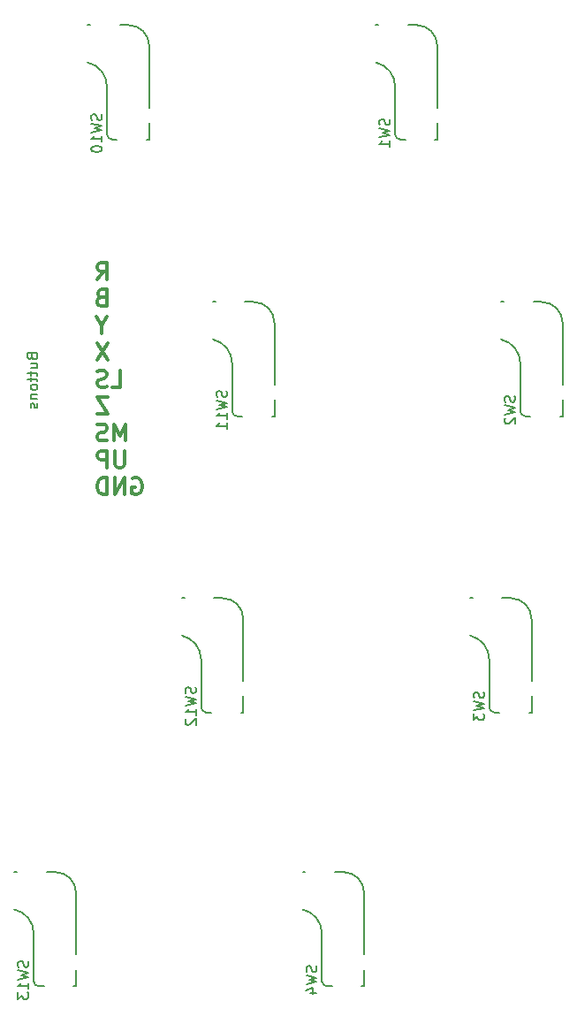
<source format=gbr>
%TF.GenerationSoftware,KiCad,Pcbnew,(6.0.7)*%
%TF.CreationDate,2023-01-05T19:35:34-06:00*%
%TF.ProjectId,OpenRectangle,4f70656e-5265-4637-9461-6e676c652e6b,rev?*%
%TF.SameCoordinates,Original*%
%TF.FileFunction,Legend,Bot*%
%TF.FilePolarity,Positive*%
%FSLAX46Y46*%
G04 Gerber Fmt 4.6, Leading zero omitted, Abs format (unit mm)*
G04 Created by KiCad (PCBNEW (6.0.7)) date 2023-01-05 19:35:34*
%MOMM*%
%LPD*%
G01*
G04 APERTURE LIST*
%ADD10C,0.300000*%
%ADD11C,0.150000*%
G04 APERTURE END LIST*
D10*
X220408595Y-54051069D02*
X220941929Y-53289164D01*
X221322881Y-54051069D02*
X221322881Y-52451069D01*
X220713357Y-52451069D01*
X220560976Y-52527260D01*
X220484786Y-52603450D01*
X220408595Y-52755831D01*
X220408595Y-52984402D01*
X220484786Y-53136783D01*
X220560976Y-53212974D01*
X220713357Y-53289164D01*
X221322881Y-53289164D01*
X220789548Y-55788974D02*
X220560976Y-55865164D01*
X220484786Y-55941355D01*
X220408595Y-56093736D01*
X220408595Y-56322307D01*
X220484786Y-56474688D01*
X220560976Y-56550879D01*
X220713357Y-56627069D01*
X221322881Y-56627069D01*
X221322881Y-55027069D01*
X220789548Y-55027069D01*
X220637167Y-55103260D01*
X220560976Y-55179450D01*
X220484786Y-55331831D01*
X220484786Y-55484212D01*
X220560976Y-55636593D01*
X220637167Y-55712783D01*
X220789548Y-55788974D01*
X221322881Y-55788974D01*
X220789548Y-58441164D02*
X220789548Y-59203069D01*
X221322881Y-57603069D02*
X220789548Y-58441164D01*
X220256214Y-57603069D01*
X221399072Y-60179069D02*
X220332405Y-61779069D01*
X220332405Y-60179069D02*
X221399072Y-61779069D01*
X221780024Y-64355069D02*
X222541929Y-64355069D01*
X222541929Y-62755069D01*
X221322881Y-64278879D02*
X221094310Y-64355069D01*
X220713357Y-64355069D01*
X220560976Y-64278879D01*
X220484786Y-64202688D01*
X220408595Y-64050307D01*
X220408595Y-63897926D01*
X220484786Y-63745545D01*
X220560976Y-63669355D01*
X220713357Y-63593164D01*
X221018119Y-63516974D01*
X221170500Y-63440783D01*
X221246691Y-63364593D01*
X221322881Y-63212212D01*
X221322881Y-63059831D01*
X221246691Y-62907450D01*
X221170500Y-62831260D01*
X221018119Y-62755069D01*
X220637167Y-62755069D01*
X220408595Y-62831260D01*
X221399072Y-65331069D02*
X220332405Y-65331069D01*
X221399072Y-66931069D01*
X220332405Y-66931069D01*
X223075262Y-69507069D02*
X223075262Y-67907069D01*
X222541929Y-69049926D01*
X222008595Y-67907069D01*
X222008595Y-69507069D01*
X221322881Y-69430879D02*
X221094310Y-69507069D01*
X220713357Y-69507069D01*
X220560976Y-69430879D01*
X220484786Y-69354688D01*
X220408595Y-69202307D01*
X220408595Y-69049926D01*
X220484786Y-68897545D01*
X220560976Y-68821355D01*
X220713357Y-68745164D01*
X221018119Y-68668974D01*
X221170500Y-68592783D01*
X221246691Y-68516593D01*
X221322881Y-68364212D01*
X221322881Y-68211831D01*
X221246691Y-68059450D01*
X221170500Y-67983260D01*
X221018119Y-67907069D01*
X220637167Y-67907069D01*
X220408595Y-67983260D01*
X222999072Y-70483069D02*
X222999072Y-71778307D01*
X222922881Y-71930688D01*
X222846691Y-72006879D01*
X222694310Y-72083069D01*
X222389548Y-72083069D01*
X222237167Y-72006879D01*
X222160976Y-71930688D01*
X222084786Y-71778307D01*
X222084786Y-70483069D01*
X221322881Y-72083069D02*
X221322881Y-70483069D01*
X220713357Y-70483069D01*
X220560976Y-70559260D01*
X220484786Y-70635450D01*
X220408595Y-70787831D01*
X220408595Y-71016402D01*
X220484786Y-71168783D01*
X220560976Y-71244974D01*
X220713357Y-71321164D01*
X221322881Y-71321164D01*
X223760976Y-73135260D02*
X223913357Y-73059069D01*
X224141929Y-73059069D01*
X224370500Y-73135260D01*
X224522881Y-73287640D01*
X224599072Y-73440021D01*
X224675262Y-73744783D01*
X224675262Y-73973355D01*
X224599072Y-74278117D01*
X224522881Y-74430498D01*
X224370500Y-74582879D01*
X224141929Y-74659069D01*
X223989548Y-74659069D01*
X223760976Y-74582879D01*
X223684786Y-74506688D01*
X223684786Y-73973355D01*
X223989548Y-73973355D01*
X222999072Y-74659069D02*
X222999072Y-73059069D01*
X222084786Y-74659069D01*
X222084786Y-73059069D01*
X221322881Y-74659069D02*
X221322881Y-73059069D01*
X220941929Y-73059069D01*
X220713357Y-73135260D01*
X220560976Y-73287640D01*
X220484786Y-73440021D01*
X220408595Y-73744783D01*
X220408595Y-73973355D01*
X220484786Y-74278117D01*
X220560976Y-74430498D01*
X220713357Y-74582879D01*
X220941929Y-74659069D01*
X221322881Y-74659069D01*
D11*
%TO.C,J2*%
X214127405Y-61449355D02*
X214175024Y-61592212D01*
X214222643Y-61639831D01*
X214317881Y-61687450D01*
X214460738Y-61687450D01*
X214555976Y-61639831D01*
X214603595Y-61592212D01*
X214651214Y-61496974D01*
X214651214Y-61116021D01*
X213651214Y-61116021D01*
X213651214Y-61449355D01*
X213698834Y-61544593D01*
X213746453Y-61592212D01*
X213841691Y-61639831D01*
X213936929Y-61639831D01*
X214032167Y-61592212D01*
X214079786Y-61544593D01*
X214127405Y-61449355D01*
X214127405Y-61116021D01*
X213984548Y-62544593D02*
X214651214Y-62544593D01*
X213984548Y-62116021D02*
X214508357Y-62116021D01*
X214603595Y-62163640D01*
X214651214Y-62258879D01*
X214651214Y-62401736D01*
X214603595Y-62496974D01*
X214555976Y-62544593D01*
X213984548Y-62877926D02*
X213984548Y-63258879D01*
X213651214Y-63020783D02*
X214508357Y-63020783D01*
X214603595Y-63068402D01*
X214651214Y-63163640D01*
X214651214Y-63258879D01*
X213984548Y-63449355D02*
X213984548Y-63830307D01*
X213651214Y-63592212D02*
X214508357Y-63592212D01*
X214603595Y-63639831D01*
X214651214Y-63735069D01*
X214651214Y-63830307D01*
X214651214Y-64306498D02*
X214603595Y-64211260D01*
X214555976Y-64163640D01*
X214460738Y-64116021D01*
X214175024Y-64116021D01*
X214079786Y-64163640D01*
X214032167Y-64211260D01*
X213984548Y-64306498D01*
X213984548Y-64449355D01*
X214032167Y-64544593D01*
X214079786Y-64592212D01*
X214175024Y-64639831D01*
X214460738Y-64639831D01*
X214555976Y-64592212D01*
X214603595Y-64544593D01*
X214651214Y-64449355D01*
X214651214Y-64306498D01*
X213984548Y-65068402D02*
X214651214Y-65068402D01*
X214079786Y-65068402D02*
X214032167Y-65116021D01*
X213984548Y-65211260D01*
X213984548Y-65354117D01*
X214032167Y-65449355D01*
X214127405Y-65496974D01*
X214651214Y-65496974D01*
X214603595Y-65925545D02*
X214651214Y-66020783D01*
X214651214Y-66211260D01*
X214603595Y-66306498D01*
X214508357Y-66354117D01*
X214460738Y-66354117D01*
X214365500Y-66306498D01*
X214317881Y-66211260D01*
X214317881Y-66068402D01*
X214270262Y-65973164D01*
X214175024Y-65925545D01*
X214127405Y-65925545D01*
X214032167Y-65973164D01*
X213984548Y-66068402D01*
X213984548Y-66211260D01*
X214032167Y-66306498D01*
%TO.C,SW10*%
X220760729Y-38222236D02*
X220808348Y-38365093D01*
X220808348Y-38603188D01*
X220760729Y-38698426D01*
X220713110Y-38746045D01*
X220617872Y-38793664D01*
X220522634Y-38793664D01*
X220427396Y-38746045D01*
X220379777Y-38698426D01*
X220332158Y-38603188D01*
X220284539Y-38412712D01*
X220236920Y-38317474D01*
X220189301Y-38269855D01*
X220094063Y-38222236D01*
X219998825Y-38222236D01*
X219903587Y-38269855D01*
X219855968Y-38317474D01*
X219808348Y-38412712D01*
X219808348Y-38650807D01*
X219855968Y-38793664D01*
X219808348Y-39126998D02*
X220808348Y-39365093D01*
X220094063Y-39555569D01*
X220808348Y-39746045D01*
X219808348Y-39984140D01*
X220808348Y-40888902D02*
X220808348Y-40317474D01*
X220808348Y-40603188D02*
X219808348Y-40603188D01*
X219951206Y-40507950D01*
X220046444Y-40412712D01*
X220094063Y-40317474D01*
X219808348Y-41507950D02*
X219808348Y-41603188D01*
X219855968Y-41698426D01*
X219903587Y-41746045D01*
X219998825Y-41793664D01*
X220189301Y-41841283D01*
X220427396Y-41841283D01*
X220617872Y-41793664D01*
X220713110Y-41746045D01*
X220760729Y-41698426D01*
X220808348Y-41603188D01*
X220808348Y-41507950D01*
X220760729Y-41412712D01*
X220713110Y-41365093D01*
X220617872Y-41317474D01*
X220427396Y-41269855D01*
X220189301Y-41269855D01*
X219998825Y-41317474D01*
X219903587Y-41365093D01*
X219855968Y-41412712D01*
X219808348Y-41507950D01*
%TO.C,SW2*%
X260365729Y-65216426D02*
X260413348Y-65359283D01*
X260413348Y-65597379D01*
X260365729Y-65692617D01*
X260318110Y-65740236D01*
X260222872Y-65787855D01*
X260127634Y-65787855D01*
X260032396Y-65740236D01*
X259984777Y-65692617D01*
X259937158Y-65597379D01*
X259889539Y-65406902D01*
X259841920Y-65311664D01*
X259794301Y-65264045D01*
X259699063Y-65216426D01*
X259603825Y-65216426D01*
X259508587Y-65264045D01*
X259460968Y-65311664D01*
X259413348Y-65406902D01*
X259413348Y-65644998D01*
X259460968Y-65787855D01*
X259413348Y-66121188D02*
X260413348Y-66359283D01*
X259699063Y-66549760D01*
X260413348Y-66740236D01*
X259413348Y-66978331D01*
X259508587Y-67311664D02*
X259460968Y-67359283D01*
X259413348Y-67454521D01*
X259413348Y-67692617D01*
X259460968Y-67787855D01*
X259508587Y-67835474D01*
X259603825Y-67883093D01*
X259699063Y-67883093D01*
X259841920Y-67835474D01*
X260413348Y-67264045D01*
X260413348Y-67883093D01*
%TO.C,SW13*%
X213744729Y-119318236D02*
X213792348Y-119461093D01*
X213792348Y-119699188D01*
X213744729Y-119794426D01*
X213697110Y-119842045D01*
X213601872Y-119889664D01*
X213506634Y-119889664D01*
X213411396Y-119842045D01*
X213363777Y-119794426D01*
X213316158Y-119699188D01*
X213268539Y-119508712D01*
X213220920Y-119413474D01*
X213173301Y-119365855D01*
X213078063Y-119318236D01*
X212982825Y-119318236D01*
X212887587Y-119365855D01*
X212839968Y-119413474D01*
X212792348Y-119508712D01*
X212792348Y-119746807D01*
X212839968Y-119889664D01*
X212792348Y-120222998D02*
X213792348Y-120461093D01*
X213078063Y-120651569D01*
X213792348Y-120842045D01*
X212792348Y-121080140D01*
X213792348Y-121984902D02*
X213792348Y-121413474D01*
X213792348Y-121699188D02*
X212792348Y-121699188D01*
X212935206Y-121603950D01*
X213030444Y-121508712D01*
X213078063Y-121413474D01*
X212792348Y-122318236D02*
X212792348Y-122937283D01*
X213173301Y-122603950D01*
X213173301Y-122746807D01*
X213220920Y-122842045D01*
X213268539Y-122889664D01*
X213363777Y-122937283D01*
X213601872Y-122937283D01*
X213697110Y-122889664D01*
X213744729Y-122842045D01*
X213792348Y-122746807D01*
X213792348Y-122461093D01*
X213744729Y-122365855D01*
X213697110Y-122318236D01*
%TO.C,SW11*%
X232755729Y-64740236D02*
X232803348Y-64883093D01*
X232803348Y-65121188D01*
X232755729Y-65216426D01*
X232708110Y-65264045D01*
X232612872Y-65311664D01*
X232517634Y-65311664D01*
X232422396Y-65264045D01*
X232374777Y-65216426D01*
X232327158Y-65121188D01*
X232279539Y-64930712D01*
X232231920Y-64835474D01*
X232184301Y-64787855D01*
X232089063Y-64740236D01*
X231993825Y-64740236D01*
X231898587Y-64787855D01*
X231850968Y-64835474D01*
X231803348Y-64930712D01*
X231803348Y-65168807D01*
X231850968Y-65311664D01*
X231803348Y-65644998D02*
X232803348Y-65883093D01*
X232089063Y-66073569D01*
X232803348Y-66264045D01*
X231803348Y-66502140D01*
X232803348Y-67406902D02*
X232803348Y-66835474D01*
X232803348Y-67121188D02*
X231803348Y-67121188D01*
X231946206Y-67025950D01*
X232041444Y-66930712D01*
X232089063Y-66835474D01*
X232803348Y-68359283D02*
X232803348Y-67787855D01*
X232803348Y-68073569D02*
X231803348Y-68073569D01*
X231946206Y-67978331D01*
X232041444Y-67883093D01*
X232089063Y-67787855D01*
%TO.C,SW3*%
X257390729Y-93571426D02*
X257438348Y-93714283D01*
X257438348Y-93952379D01*
X257390729Y-94047617D01*
X257343110Y-94095236D01*
X257247872Y-94142855D01*
X257152634Y-94142855D01*
X257057396Y-94095236D01*
X257009777Y-94047617D01*
X256962158Y-93952379D01*
X256914539Y-93761902D01*
X256866920Y-93666664D01*
X256819301Y-93619045D01*
X256724063Y-93571426D01*
X256628825Y-93571426D01*
X256533587Y-93619045D01*
X256485968Y-93666664D01*
X256438348Y-93761902D01*
X256438348Y-93999998D01*
X256485968Y-94142855D01*
X256438348Y-94476188D02*
X257438348Y-94714283D01*
X256724063Y-94904760D01*
X257438348Y-95095236D01*
X256438348Y-95333331D01*
X256438348Y-95619045D02*
X256438348Y-96238093D01*
X256819301Y-95904760D01*
X256819301Y-96047617D01*
X256866920Y-96142855D01*
X256914539Y-96190474D01*
X257009777Y-96238093D01*
X257247872Y-96238093D01*
X257343110Y-96190474D01*
X257390729Y-96142855D01*
X257438348Y-96047617D01*
X257438348Y-95761902D01*
X257390729Y-95666664D01*
X257343110Y-95619045D01*
%TO.C,SW4*%
X241354729Y-119794426D02*
X241402348Y-119937283D01*
X241402348Y-120175379D01*
X241354729Y-120270617D01*
X241307110Y-120318236D01*
X241211872Y-120365855D01*
X241116634Y-120365855D01*
X241021396Y-120318236D01*
X240973777Y-120270617D01*
X240926158Y-120175379D01*
X240878539Y-119984902D01*
X240830920Y-119889664D01*
X240783301Y-119842045D01*
X240688063Y-119794426D01*
X240592825Y-119794426D01*
X240497587Y-119842045D01*
X240449968Y-119889664D01*
X240402348Y-119984902D01*
X240402348Y-120222998D01*
X240449968Y-120365855D01*
X240402348Y-120699188D02*
X241402348Y-120937283D01*
X240688063Y-121127760D01*
X241402348Y-121318236D01*
X240402348Y-121556331D01*
X240735682Y-122365855D02*
X241402348Y-122365855D01*
X240354729Y-122127760D02*
X241069015Y-121889664D01*
X241069015Y-122508712D01*
%TO.C,SW12*%
X229780729Y-93095236D02*
X229828348Y-93238093D01*
X229828348Y-93476188D01*
X229780729Y-93571426D01*
X229733110Y-93619045D01*
X229637872Y-93666664D01*
X229542634Y-93666664D01*
X229447396Y-93619045D01*
X229399777Y-93571426D01*
X229352158Y-93476188D01*
X229304539Y-93285712D01*
X229256920Y-93190474D01*
X229209301Y-93142855D01*
X229114063Y-93095236D01*
X229018825Y-93095236D01*
X228923587Y-93142855D01*
X228875968Y-93190474D01*
X228828348Y-93285712D01*
X228828348Y-93523807D01*
X228875968Y-93666664D01*
X228828348Y-93999998D02*
X229828348Y-94238093D01*
X229114063Y-94428569D01*
X229828348Y-94619045D01*
X228828348Y-94857140D01*
X229828348Y-95761902D02*
X229828348Y-95190474D01*
X229828348Y-95476188D02*
X228828348Y-95476188D01*
X228971206Y-95380950D01*
X229066444Y-95285712D01*
X229114063Y-95190474D01*
X228923587Y-96142855D02*
X228875968Y-96190474D01*
X228828348Y-96285712D01*
X228828348Y-96523807D01*
X228875968Y-96619045D01*
X228923587Y-96666664D01*
X229018825Y-96714283D01*
X229114063Y-96714283D01*
X229256920Y-96666664D01*
X229828348Y-96095236D01*
X229828348Y-96714283D01*
%TO.C,SW1*%
X248369729Y-38698426D02*
X248417348Y-38841283D01*
X248417348Y-39079379D01*
X248369729Y-39174617D01*
X248322110Y-39222236D01*
X248226872Y-39269855D01*
X248131634Y-39269855D01*
X248036396Y-39222236D01*
X247988777Y-39174617D01*
X247941158Y-39079379D01*
X247893539Y-38888902D01*
X247845920Y-38793664D01*
X247798301Y-38746045D01*
X247703063Y-38698426D01*
X247607825Y-38698426D01*
X247512587Y-38746045D01*
X247464968Y-38793664D01*
X247417348Y-38888902D01*
X247417348Y-39126998D01*
X247464968Y-39269855D01*
X247417348Y-39603188D02*
X248417348Y-39841283D01*
X247703063Y-40031760D01*
X248417348Y-40222236D01*
X247417348Y-40460331D01*
X248417348Y-41365093D02*
X248417348Y-40793664D01*
X248417348Y-41079379D02*
X247417348Y-41079379D01*
X247560206Y-40984140D01*
X247655444Y-40888902D01*
X247703063Y-40793664D01*
%TO.C,SW10*%
X219706188Y-29696584D02*
X219466188Y-29696584D01*
X222556188Y-29696584D02*
X223356188Y-29696584D01*
X225356188Y-39096584D02*
X225356188Y-40646584D01*
X222276188Y-40646584D02*
X221806188Y-40646584D01*
X221306188Y-40146584D02*
X221306188Y-35581760D01*
X225356188Y-31696584D02*
X225356188Y-37596584D01*
X225356188Y-40646584D02*
X225126188Y-40646584D01*
X221306188Y-35581760D02*
G75*
G03*
X219466188Y-33287438I-2349332J866D01*
G01*
X221306188Y-40146584D02*
G75*
G03*
X221806188Y-40646584I500001J1D01*
G01*
X225356188Y-31696584D02*
G75*
G03*
X223356188Y-29696584I-2000004J-4D01*
G01*
%TO.C,SW2*%
X260911188Y-66664584D02*
X260911188Y-62099760D01*
X264961188Y-67164584D02*
X264731188Y-67164584D01*
X264961188Y-58214584D02*
X264961188Y-64114584D01*
X262161188Y-56214584D02*
X262961188Y-56214584D01*
X264961188Y-65614584D02*
X264961188Y-67164584D01*
X259311188Y-56214584D02*
X259071188Y-56214584D01*
X261881188Y-67164584D02*
X261411188Y-67164584D01*
X264961188Y-58214584D02*
G75*
G03*
X262961188Y-56214584I-2000004J-4D01*
G01*
X260911188Y-62099760D02*
G75*
G03*
X259071188Y-59805438I-2349332J866D01*
G01*
X260911188Y-66664584D02*
G75*
G03*
X261411188Y-67164584I500001J1D01*
G01*
%TO.C,SW13*%
X215540188Y-110792584D02*
X216340188Y-110792584D01*
X212690188Y-110792584D02*
X212450188Y-110792584D01*
X214290188Y-121242584D02*
X214290188Y-116677760D01*
X215260188Y-121742584D02*
X214790188Y-121742584D01*
X218340188Y-121742584D02*
X218110188Y-121742584D01*
X218340188Y-112792584D02*
X218340188Y-118692584D01*
X218340188Y-120192584D02*
X218340188Y-121742584D01*
X218340188Y-112792584D02*
G75*
G03*
X216340188Y-110792584I-2000004J-4D01*
G01*
X214290188Y-121242584D02*
G75*
G03*
X214790188Y-121742584I500001J1D01*
G01*
X214290188Y-116677760D02*
G75*
G03*
X212450188Y-114383438I-2349332J866D01*
G01*
%TO.C,SW11*%
X237351188Y-58214584D02*
X237351188Y-64114584D01*
X237351188Y-65614584D02*
X237351188Y-67164584D01*
X234271188Y-67164584D02*
X233801188Y-67164584D01*
X234551188Y-56214584D02*
X235351188Y-56214584D01*
X233301188Y-66664584D02*
X233301188Y-62099760D01*
X237351188Y-67164584D02*
X237121188Y-67164584D01*
X231701188Y-56214584D02*
X231461188Y-56214584D01*
X237351188Y-58214584D02*
G75*
G03*
X235351188Y-56214584I-2000004J-4D01*
G01*
X233301188Y-62099760D02*
G75*
G03*
X231461188Y-59805438I-2349332J866D01*
G01*
X233301188Y-66664584D02*
G75*
G03*
X233801188Y-67164584I500001J1D01*
G01*
%TO.C,SW3*%
X258906188Y-95519584D02*
X258436188Y-95519584D01*
X257936188Y-95019584D02*
X257936188Y-90454760D01*
X259186188Y-84569584D02*
X259986188Y-84569584D01*
X261986188Y-93969584D02*
X261986188Y-95519584D01*
X261986188Y-86569584D02*
X261986188Y-92469584D01*
X256336188Y-84569584D02*
X256096188Y-84569584D01*
X261986188Y-95519584D02*
X261756188Y-95519584D01*
X257936188Y-90454760D02*
G75*
G03*
X256096188Y-88160438I-2349332J866D01*
G01*
X257936188Y-95019584D02*
G75*
G03*
X258436188Y-95519584I500001J1D01*
G01*
X261986188Y-86569584D02*
G75*
G03*
X259986188Y-84569584I-2000004J-4D01*
G01*
%TO.C,SW4*%
X240300188Y-110792584D02*
X240060188Y-110792584D01*
X242870188Y-121742584D02*
X242400188Y-121742584D01*
X245950188Y-112792584D02*
X245950188Y-118692584D01*
X243150188Y-110792584D02*
X243950188Y-110792584D01*
X245950188Y-120192584D02*
X245950188Y-121742584D01*
X241900188Y-121242584D02*
X241900188Y-116677760D01*
X245950188Y-121742584D02*
X245720188Y-121742584D01*
X245950188Y-112792584D02*
G75*
G03*
X243950188Y-110792584I-2000004J-4D01*
G01*
X241900188Y-116677760D02*
G75*
G03*
X240060188Y-114383438I-2349332J866D01*
G01*
X241900188Y-121242584D02*
G75*
G03*
X242400188Y-121742584I500001J1D01*
G01*
%TO.C,SW12*%
X234376188Y-86569584D02*
X234376188Y-92469584D01*
X231296188Y-95519584D02*
X230826188Y-95519584D01*
X230326188Y-95019584D02*
X230326188Y-90454760D01*
X234376188Y-95519584D02*
X234146188Y-95519584D01*
X234376188Y-93969584D02*
X234376188Y-95519584D01*
X231576188Y-84569584D02*
X232376188Y-84569584D01*
X228726188Y-84569584D02*
X228486188Y-84569584D01*
X230326188Y-90454760D02*
G75*
G03*
X228486188Y-88160438I-2349332J866D01*
G01*
X234376188Y-86569584D02*
G75*
G03*
X232376188Y-84569584I-2000004J-4D01*
G01*
X230326188Y-95019584D02*
G75*
G03*
X230826188Y-95519584I500001J1D01*
G01*
%TO.C,SW1*%
X249885188Y-40646584D02*
X249415188Y-40646584D01*
X252965188Y-40646584D02*
X252735188Y-40646584D01*
X247315188Y-29696584D02*
X247075188Y-29696584D01*
X252965188Y-31696584D02*
X252965188Y-37596584D01*
X250165188Y-29696584D02*
X250965188Y-29696584D01*
X248915188Y-40146584D02*
X248915188Y-35581760D01*
X252965188Y-39096584D02*
X252965188Y-40646584D01*
X248915188Y-40146584D02*
G75*
G03*
X249415188Y-40646584I500001J1D01*
G01*
X248915188Y-35581760D02*
G75*
G03*
X247075188Y-33287438I-2349332J866D01*
G01*
X252965188Y-31696584D02*
G75*
G03*
X250965188Y-29696584I-2000004J-4D01*
G01*
%TD*%
M02*

</source>
